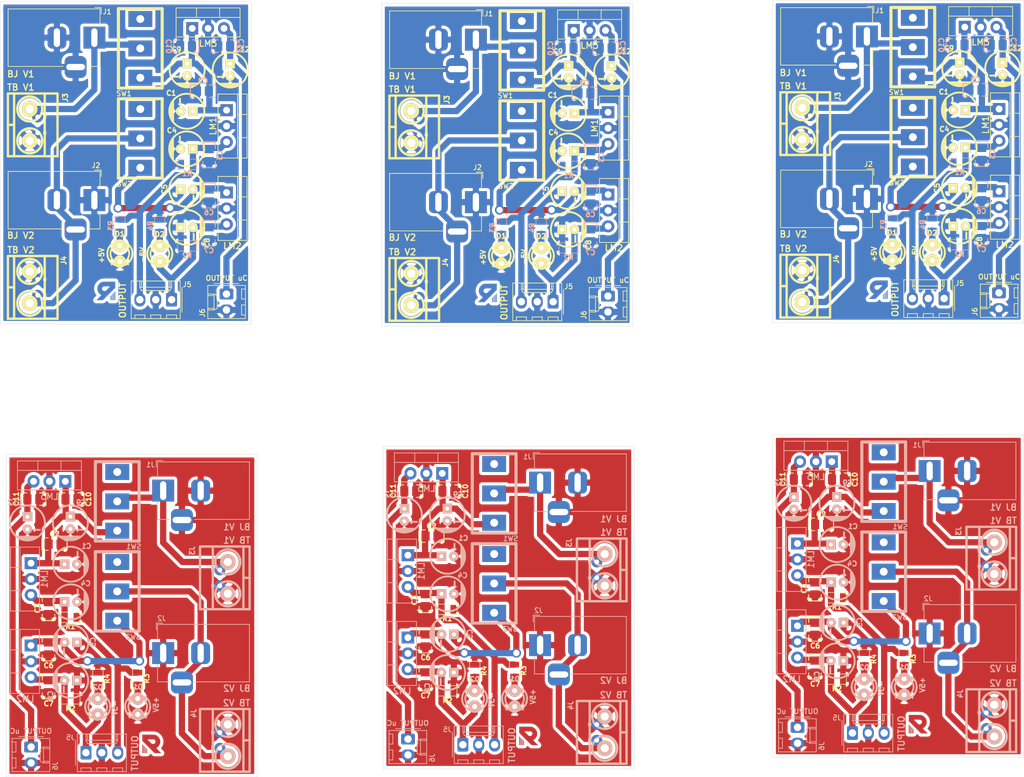
<source format=kicad_pcb>
(kicad_pcb (version 20240108) (generator "pcbnew") (generator_version "8.0")
  (title_block (title "Fuente Electroencefalograma") (date "15-06-2025") (rev "v3.0") (company "E.E.S.T. N°5 \"2 de Abril\" Temperley") (comment 1 "Autor: Iván Romano") (comment 2 "Curso: 7mo 6ta") (comment 3 "Grupo: 2"))
  (layers (0 "F.Cu" signal) (31 "B.Cu" signal) (34 "B.Paste" user) (35 "F.Paste" user) (36 "B.SilkS" user "B.Silkscreen") (37 "F.SilkS" user "F.Silkscreen") (38 "B.Mask" user) (39 "F.Mask" user) (44 "Edge.Cuts" user))
  (net 0 "")
  (net 1 "/Vcc1")
  (net 2 "GND")
  (net 3 "+5V")
  (net 4 "-5V")
  (net 5 "/POWER_uC")
  (net 6 "Net-(D1-A)")
  (net 7 "Net-(D2-A)")
  (net 8 "/V1")
  (net 9 "/Vcc2")
  (net 10 "unconnected-(SW1-C-Pad3)")
  (net 12 "/-V2")
  (footprint "Connector_Molex:Molex_KK-254_AE-6410-02A_1x02_P2.54mm_Vertical" (layer "F.Cu") (at 104.9525 83.6475 -90)
    (property "Reference" "J6")
    (property "Value" "OUTPUT uC")
  )
  (footprint "EESTN5:CAP_ELEC_5x11mm" (layer "F.Cu") (at 159.7175 48.0925 180)
    (property "Reference" "C9")
    (property "Value" "470u" (hide yes))
  )
  (footprint "Connector_BarrelJack:BarrelJack_Horizontal" (layer "F.Cu") (at 83.8175 68.615832)
    (property "Reference" "J2")
    (property "Value" "BJ V2")
  )
  (footprint "EESTN5:R_0805" (layer "F.Cu") (at 202.65 145.275 180)
    (property "Reference" "R2")
    (property "Value" "100" (hide yes))
  )
  (footprint "EESTN5:led_3mm_red" (layer "F.Cu") (at 155.3425 77.5125 180)
    (property "Reference" "D2")
    (property "Value" "-5V")
  )
  (footprint "EESTN5:C_0805" (layer "F.Cu") (at 199.125 130.75 90)
    (property "Reference" "C3")
    (property "Value" "100n" (hide yes))
  )
  (footprint "EESTN5:R_0805" (layer "F.Cu") (at 140.314998 147.15 180)
    (property "Reference" "R2")
    (property "Value" "100" (hide yes))
  )
  (footprint "Connector_Molex:Molex_KK-254_AE-6410-03A_1x03_P2.54mm_Vertical" (layer "F.Cu") (at 96.175 84.55 180)
    (property "Reference" "J5")
    (property "Value" "OUTPUT")
  )
  (footprint "EESTN5:R_0805" (layer "F.Cu") (at 151.064998 143.9 -90)
    (property "Reference" "R3")
    (property "Value" "470" (hide yes))
  )
  (footprint "EESTN5:BORNERA2_DUO" (layer "F.Cu") (at 134.5255 56.899166 -90)
    (property "Reference" "J3")
    (property "Value" "TB V1")
  )
  (footprint "Connector_Molex:Molex_KK-254_AE-6410-03A_1x03_P2.54mm_Vertical" (layer "F.Cu") (at 157.225 84.875 180)
    (property "Reference" "J5")
    (property "Value" "OUTPUT")
  )
  (footprint "EESTN5:led_3mm_red" (layer "F.Cu") (at 94.2925 77.1875 180)
    (property "Reference" "D2")
    (property "Value" "-5V")
  )
  (footprint "EESTN5:C_0805" (layer "F.Cu") (at 136.789998 145.125 -90)
    (property "Reference" "C7")
    (property "Value" "100n" (hide yes))
  )
  (footprint "EESTN5:R_0805" (layer "F.Cu") (at 202.625 132.225)
    (property "Reference" "R1")
    (property "Value" "100" (hide yes))
  )
  (footprint "Logo Romano:Logo_Romano" (layer "F.Cu") (at 153.314998 154.35)
    (property "Reference" "G***" (hide yes))
    (property "Value" "LOGO" (hide yes))
  )
  (footprint "EESTN5:C_0805" (layer "F.Cu") (at 136.789998 139.075 -90)
    (property "Reference" "C6")
    (property "Value" "100n" (hide yes))
  )
  (footprint "EESTN5:R_0805" (layer "F.Cu") (at 80.003 148.425 180)
    (property "Reference" "R2")
    (property "Value" "100" (hide yes))
  )
  (footprint "EESTN5:BORNERA2_DUO" (layer "F.Cu") (at 197.0925 56.374166 -90)
    (property "Reference" "J3")
    (property "Value" "TB V1")
  )
  (footprint "EESTN5:C_0805" (layer "F.Cu") (at 76.478 140.35 -90)
    (property "Reference" "C6")
    (property "Value" "100n" (hide yes))
  )
  (footprint "EESTN5:R_0805" (layer "F.Cu") (at 144.689998 143.925 -90)
    (property "Reference" "R4")
    (property "Value" "470" (hide yes))
  )
  (footprint "EESTN5:CAP_ELEC_5x11mm" (layer "F.Cu") (at 166.5925 48.1175 180)
    (property "Reference" "C12")
    (property "Value" "100u" (hide yes))
  )
  (footprint "EESTN5:C_0805" (layer "F.Cu") (at 137.764998 122.375 180)
    (property "Reference" "C2")
    (property "Value" "100n" (hide yes))
  )
  (footprint "Connector_Molex:Molex_KK-254_AE-6410-02A_1x02_P2.54mm_Vertical" (layer "F.Cu") (at 166.0025 83.9725 -90)
    (property "Reference" "J6")
    (property "Value" "OUTPUT uC")
  )
  (footprint "EESTN5:R_0805" (layer "F.Cu") (at 90.753 145.175 -90)
    (property "Reference" "R3")
    (property "Value" "470" (hide yes))
  )
  (footprint "EESTN5:R_0805" (layer "F.Cu") (at 79.978 135.375)
    (property "Reference" "R1")
    (property "Value" "100" (hide yes))
  )
  (footprint "EESTN5:C_0805" (layer "F.Cu") (at 199.125 137.2 -90)
    (property "Reference" "C6")
    (property "Value" "100n" (hide yes))
  )
  (footprint "EESTN5:C_0805" (layer "F.Cu") (at 199.125 143.25 -90)
    (property "Reference" "C7")
    (property "Value" "100n" (hide yes))
  )
  (footprint "EESTN5:C_0805" (layer "F.Cu") (at 77.453 123.65 180)
    (property "Reference" "C2")
    (property "Value" "100n" (hide yes))
  )
  (footprint "EESTN5:C_0805" (layer "F.Cu") (at 140.464998 115.175 180)
    (property "Reference" "C10")
    (property "Value" "100n" (hide yes))
  )
  (footprint "Connector_BarrelJack:BarrelJack_Horizontal" (layer "F.Cu") (at 144.8675 42.9425)
    (property "Reference" "J1")
    (property "Value" "BJ V1")
  )
  (footprint "EESTN5:C_0805" (layer "F.Cu") (at 200.1 120.5 180)
    (property "Reference" "C2")
    (property "Value" "100n" (hide yes))
  )
  (footprint "EESTN5:led_3mm_green" (layer "F.Cu") (at 211.5095 76.9675 180)
    (property "Reference" "D1")
    (property "Value" "+5V ")
  )
  (footprint "Logo Romano:Logo_Romano" (layer "F.Cu") (at 93.003 155.625)
    (property "Reference" "G***" (hide yes))
    (property "Value" "LOGO" (hide yes))
  )
  (footprint "EESTN5:R_0805" (layer "F.Cu") (at 84.378 145.2 -90)
    (property "Reference" "R4")
    (property "Value" "470" (hide yes))
  )
  (footprint "MacroLib:TO-220-3_Vertical" (layer "F.Cu") (at 228.5895 54.0275 -90)
    (property "Reference" "LM1")
    (property "Value" "LM7805" (hide yes))
  )
  (footprint "EESTN5:CAP_ELEC_5x11mm" (layer "F.Cu") (at 222.2095 66.6925 -90)
    (property "Reference" "C5")
    (property "Value" "470u" (hide yes))
  )
  (footprint "EESTN5:SW_SPDT_TH_Vertical" (layer "F.Cu") (at 152.2175 59.0675 180)
    (property "Reference" "SW2")
    (property "Value" "SW_SPDT" (hide yes))
  )
  (footprint "EESTN5:CAP_ELEC_5x11mm" (layer "F.Cu") (at 222.2345 72.7925 -90)
    (property "Reference" "C8")
    (property "Value" "100u" (hide yes))
  )
  (footprint "EESTN5:CAP_ELEC_5x11mm" (layer "F.Cu") (at 222.2845 47.5675 180)
    (property "Reference" "C9")
    (property "Value" "470u" (hide yes))
  )
  (footprint "EESTN5:CAP_ELEC_5x11mm" (layer "F.Cu") (at 98.5925 60.4175 90)
    (property "Reference" "C4")
    (property "Value" "100u" (hide yes))
  )
  (footprint "EESTN5:led_3mm_green" (layer "F.Cu") (at 87.8925 77.1675 180)
    (property "Reference" "D1")
    (property "Value" "+5V ")
  )
  (footprint "EESTN5:led_3mm_green" (layer "F.Cu") (at 148.9425 77.4925 180)
    (property "Reference" "D1")
    (property "Value" "+5V ")
  )
  (footprint "EESTN5:C_0805" (layer "F.Cu") (at 76.478 133.9 90)
    (property "Reference" "C3")
    (property "Value" "100n" (hide yes))
  )
  (footprint "EESTN5:BORNERA2_DUO" (layer "F.Cu") (at 134.5255 82.8975 -90)
    (property "Reference" "J4")
    (property "Value" "TB V2")
  )
  (footprint "EESTN5:BORNERA2_DUO" (layer "F.Cu") (at 73.4755 56.574166 -90)
    (property "Reference" "J3")
    (property "Value" "TB V1")
  )
  (footprint "EESTN5:C_0805" (layer "F.Cu") (at 136.789998 132.625 90)
    (property "Reference" "C3")
    (property "Value" "100n" (hide yes))
  )
  (footprint "EESTN5:CAP_ELEC_5x11mm" (layer "F.Cu") (at 159.6675 54.7175 90)
    (property "Reference" "C1")
    (property "Value" "470u" (hide yes))
  )
  (footprint "Connector_BarrelJack:BarrelJack_Horizontal" (layer "F.Cu") (at 207.4345 42.4175)
    (property "Reference" "J1")
    (property "Value" "BJ V1")
  )
  (footprint "EESTN5:SW_SPDT_TH_Vertical" (layer "F.Cu") (at 91.1675 44.3365 180)
    (property "Reference" "SW1")
    (property "Value" "SW_SPDT" (hide yes))
  )
  (footprint "EESTN5:CAP_ELEC_5x11mm" (layer "F.Cu") (at 159.6675 73.3175 -90)
    (property "Reference" "C8")
    (property "Value" "100u" (hide yes))
  )
  (footprint "EESTN5:C_0805" (layer "F.Cu") (at 134.364998 115.175 180)
    (property "Reference" "C11")
    (property "Value" "100n" (hide yes))
  )
  (footprint "EESTN5:CAP_ELEC_5x11mm" (layer "F.Cu") (at 98.5925 66.8925 -90)
    (property "Reference" "C5")
    (property "Value" "470u" (hide yes))
  )
  (footprint "Connector_Molex:Molex_KK-254_AE-6410-02A_1x02_P2.54mm_Vertical" (layer "F.Cu") (at 228.5695 83.4475 -90)
    (property "Reference" "J6")
    (property "Value" "OUTPUT uC")
  )
  (footprint "EESTN5:CAP_ELEC_5x11mm" (layer "F.Cu") (at 229.1595 47.5925 180)
    (property "Reference" "C12")
    (property "Value" "100u" (hide yes))
  )
  (footprint "EESTN5:C_0805" (layer "F.Cu") (at 80.153 116.45 180)
    (property "Reference" "C10")
    (property "Value" "100n" (hide yes))
  )
  (footprint "EESTN5:CAP_ELEC_5x11mm" (layer "F.Cu") (at 98.6175 54.3925 90)
    (property "Reference" "C1")
    (property "Value" "470u" (hide yes))
  )
  (footprint "EESTN5:SW_SPDT_TH_Vertical" (layer "F.Cu") (at 152.2175 44.6615 180)
    (property "Reference" "SW1")
    (property "Value" "SW_SPDT" (hide yes))
  )
  (footprint "EESTN5:CAP_ELEC_5x11mm" (layer "F.Cu") (at 98.6675 47.7675 180)
    (property "Reference" "C9")
    (property "Value" "470u" (hide yes))
  )
  (footprint "EESTN5:led_3mm_red" (layer "F.Cu") (at 217.9095 76.9875 180)
    (property "Reference" "D2")
    (property "Value" "-5V")
  )
  (footprint "EESTN5:BORNERA2_DUO" (layer "F.Cu") (at 197.0925 82.3725 -90)
    (property "Reference" "J4")
    (property "Value" "TB V2")
  )
  (footprint "EESTN5:R_0805" (layer "F.Cu") (at 140.289998 134.1)
    (property "Reference" "R1")
    (property "Value" "100" (hide yes))
  )
  (footprint "EESTN5:CAP_ELEC_5x11mm" (layer "F.Cu") (at 98.6175 72.9925 -90)
    (property "Reference" "C8")
    (property "Value" "100u" (hide yes))
  )
  (footprint "EESTN5:SW_SPDT_TH_Vertical" (layer "F.Cu") (at 214.7845 58.5425 180)
    (property "Reference" "SW2")
    (property "Value" "SW_SPDT" (hide yes))
  )
  (footprint "EESTN5:BORNERA2_DUO" (layer "F.Cu") (at 73.4755 82.5725 -90)
    (property "Reference" "J4")
    (property "Value" "TB V2")
  )
  (footprint "Connector_BarrelJack:BarrelJack_Horizontal" (layer "F.Cu") (at 83.8175 42.6175)
    (property "Reference" "J1")
    (property "Value" "BJ V1")
  )
  (footprint "Logo Romano:Logo_Romano" (layer "F.Cu") (at 215.65 152.475)
    (property "Reference" "G***" (hide yes))
    (property "Value" "LOGO" (hide yes))
  )
  (footprint "MacroLib:TO-220-3_Vertical" (layer "F.Cu") (at 104.9725 67.4025 -90)
    (property "Reference" "LM2")
    (property "Value" "LM7805" (hide yes))
  )
  (footprint "EESTN5:CAP_ELEC_5x11mm" (layer "F.Cu") (at 159.6425 67.2175 -90)
    (property "Reference" "C5")
    (property "Value" "470u" (hide yes))
  )
  (footprint "Connector_BarrelJack:BarrelJack_Horizontal" (layer "F.Cu") (at 144.8675 68.940832)
    (property "Reference" "J2")
    (property "Value" "BJ V2")
  )
  (footprint "MacroLib:TO-220-3_Vertical" (layer "F.Cu") (at 166.0225 67.7275 -90)
    (property "Reference" "LM2")
    (property "Value" "LM7805" (hide yes))
  )
  (footprint "MacroLib:TO-220-3_Vertical" (layer "F.Cu") (at 228.5895 67.2025 -90)
    (property "Reference" "LM2")
    (property "Value" "LM7805" (hide yes))
  )
  (footprint "MacroLib:TO-220-3_Vertical" (layer "F.Cu") (at 104.9725 54.2275 -90)
    (property "Reference" "LM1")
    (property "Value" "LM7805" (hide yes))
  )
  (footprint "EESTN5:CAP_ELEC_5x11mm" (layer "F.Cu") (at 222.2345 54.1925 90)
    (property "Reference" "C1")
    (property "Value" "470u" (hide yes))
  )
  (footprint "EESTN5:C_0805" (layer "F.Cu") (at 76.478 146.4 -90)
    (property "Reference" "C7")
    (property "Value" "100n" (hide yes))
  )
  (footprint "EESTN5:SW_SPDT_TH_Vertical" (layer "F.Cu") (at 214.7845 44.1365 180)
    (property "Reference" "SW1")
    (property "Value" "SW_SPDT" (hide yes))
  )
  (footprint "MacroLib:TO-220-3_Vertical" (layer "F.Cu") (at 223.0945 40.9325)
    (property "Reference" "LM3")
    (property "Value" "LM7805" (hide yes))
  )
  (footprint "MacroLib:TO-220-3_Vertical" (layer "F.Cu") (at 99.4775 41.1325)
    (property "Reference" "LM3")
    (property "Value" "LM7805" (hide yes))
  )
  (footprint "EESTN5:C_0805" (layer "F.Cu") (at 202.8 113.3 180)
    (property "Reference" "C10")
    (property "Value" "100n" (hide yes))
  )
  (footprint "EESTN5:CAP_ELEC_5x11mm" (layer "F.Cu") (at 105.5425 47.7925 180)
    (property "Reference" "C12")
    (property "Value" "100u" (hide yes))
  )
  (footprint "EESTN5:C_0805" (layer "F.Cu") (at 74.053 116.45 180)
    (property "Reference" "C11")
    (property "Value" "100n" (hide yes))
  )
  (footprint "EESTN5:R_0805" (layer "F.Cu") (at 207.025 142.05 -90)
    (property "Reference" "R4")
    (property "Value" "470" (hide yes))
  )
  (footprint "EESTN5:CAP_ELEC_5x11mm" (layer "F.Cu") (at 222.2095 60.2175 90)
    (property "Reference" "C4")
    (property "Value" "100u" (hide yes))
  )
  (footprint "EESTN5:SW_SPDT_TH_Vertical" (layer "F.Cu") (at 91.1675 58.7425 180)
    (property "Reference" "SW2")
    (property "Value" "SW_SPDT" (hide yes))
  )
  (footprint "MacroLib:TO-220-3_Vertical" (layer "F.Cu") (at 160.5275 41.4575)
    (property "Reference" "LM3")
    (property "Value" "LM7805" (hide yes))
  )
  (footprint "Connector_BarrelJack:BarrelJack_Horizontal" (layer "F.Cu") (at 207.4345 68.415832)
    (property "Reference" "J2")
    (property "Value" "BJ V2")
  )
  (footprint "EESTN5:C_0805" (layer "F.Cu") (at 196.7 113.3 180)
    (property "Reference" "C11")
    (property "Value" "100n" (hide yes))
  )
  (footprint "EESTN5:R_0805" (layer "F.Cu") (at 213.4 142.025 -90)
    (property "Reference" "R3")
    (property "Value" "470" (hide yes))
  )
  (footprint "Connector_Molex:Molex_KK-254_AE-6410-03A_1x03_P2.54mm_Vertical" (layer "F.Cu") (at 219.792 84.35 180)
    (property "Reference" "J5")
    (property "Value" "OUTPUT")
  )
  (footprint "EESTN5:CAP_ELEC_5x11mm" (layer "F.Cu") (at 159.6425 60.7425 90)
    (property "Reference" "C4")
    (property "Value" "100u" (hide yes))
  )
  (footprint "MacroLib:TO-220-3_Vertical" (layer "F.Cu") (at 166.0225 54.5525 -90)
    (property "Reference" "LM1")
    (property "Value" "LM7805" (hide yes))
  )
  (footprint "EESTN5:C_0805" (layer "B.Cu") (at 225.7845 61.2175 90)
    (property "Reference" "C3")
    (property "Value" "100n" (hide yes))
  )
  (footprint "MacroLib:TO-220-3_Vertical" (layer "B.Cu") (at 196.32 136.735 -90)
    (property "Reference" "LM2")
    (property "Value" "LM7805" (hide yes))
  )
  (footprint "EESTN5:led_3mm_red" (layer "B.Cu") (at 144.664998 148.395)
    (property "Reference" "D2")
    (property "Value" "-5V")
  )
  (footprint "EESTN5:CAP_ELEC_5x11mm" (layer "B.Cu") (at 195.75 117.125)
    (property "Reference" "C12")
    (property "Value" "100u" (hide yes))
  )
  (footprint "EESTN5:R_0805" (layer "B.Cu") (at 211.5095 72.4925 -90)
    (property "Reference" "R3")
    (property "Value" "470" (hide yes))
  )
  (footprint "EESTN5:R_0805" (layer "B.Cu") (at 217.8845 72.5175 -90)
    (property "Reference" "R4")
    (property "Value" "470" (hide yes))
  )
  (footprint "EESTN5:C_0805" (layer "B.Cu") (at 102.1675 67.8675 -90)
    (property "Reference" "C6")
    (property "Value" "100n" (hide yes))
  )
  (footprint "EESTN5:R_0805" (layer "B.Cu") (at 148.9425 73.0175 -90)
    (property "Reference" "R3")
    (property "Value" "470" (hide yes))
  )
  (footprint "EESTN5:CAP_ELEC_5x11mm" (layer "B.Cu") (at 202.7 136.225 -90)
    (property "Reference" "C5")
    (property "Value" "470u" (hide yes))
  )
  (footprint "EESTN5:C_0805" (layer "B.Cu") (at 165.6425 44.2925)
    (property "Reference" "C11")
    (property "Value" "100n" (hide yes))
  )
  (footprint "EESTN5:C_0805" (layer "B.Cu") (at 225.7845 73.7175 -90)
    (property "Reference" "C7")
    (property "Value" "100n" (hide yes))
  )
  (footprint "Logo Romano:Logo_Romano" (layer "B.Cu") (at 146.6925 83.4675 180)
    (property "Reference" "G***" (hide yes))
    (property "Value" "LOGO" (hide yes))
  )
  (footprint "EESTN5:R_0805" (layer "B.Cu") (at 222.2845 62.6925 180)
    (property "Reference" "R1")
    (property "Value" "100" (hide yes))
  )
  (footprint "Connector_BarrelJack:BarrelJack_Horizontal" (layer "B.Cu") (at 217.475 137.948332 180)
    (property "Reference" "J2")
    (property "Value" "BJ V2")
  )
  (footprint "Logo Romano:Logo_Romano" (layer "B.Cu") (at 85.6425 83.1425 180)
    (property "Reference" "G***" (hide yes))
    (property "Value" "LOGO" (hide yes))
  )
  (footprint "EESTN5:CAP_ELEC_5x11mm" (layer "B.Cu") (at 73.103 120.275)
    (property "Reference" "C12")
    (property "Value" "100u" (hide yes))
  )
  (footprint "EESTN5:SW_SPDT_TH_Vertical" (layer "B.Cu") (at 210.125 128.075)
    (property "Reference" "SW2")
    (property "Value" "SW_SPDT" (hide yes))
  )
  (footprint "EESTN5:CAP_ELEC_5x11mm" (layer "B.Cu") (at 79.978 120.25)
    (property "Reference" "C9")
    (property "Value" "470u" (hide yes))
  )
  (footprint "EESTN5:CAP_ELEC_5x11mm" (layer "B.Cu") (at 140.364998 131.625 90)
    (property "Reference" "C4")
    (property "Value" "100u" (hide yes))
  )
  (footprint "Connector_Molex:Molex_KK-254_AE-6410-02A_1x02_P2.54mm_Vertical" (layer "B.Cu") (at 73.693 156.13 -90)
    (property "Reference" "J6")
    (property "Value" "OUTPUT uC")
  )
  (footprint "EESTN5:CAP_ELEC_5x11mm" (layer "B.Cu") (at 202.675 123.725 90)
    (property "Reference" "C1")
    (property "Value" "470u" (hide yes))
  )
  (footprint "EESTN5:SW_SPDT_TH_Vertical" (layer "B.Cu") (at 147.789998 115.544)
    (property "Reference" "SW1")
    (property "Value" "SW_SPDT" (hide yes))
  )
  (footprint "EESTN5:C_0805" (layer "B.Cu") (at 224.8095 50.9675)
    (property "Reference" "C2")
    (property "Value" "100n" (hide yes))
  )
  (footprint "EESTN5:BORNERA2_DUO" (layer "B.Cu") (at 165.481998 153.78 -90)
    (property "Reference" "J4")
    (property "Value" "TB V2")
  )
  (footprint "EESTN5:SW_SPDT_TH_Vertical" (layer "B.Cu") (at 147.789998 129.95)
    (property "Reference" "SW2")
    (property "Value" "SW_SPDT" (hide yes))
  )
  (footprint "EESTN5:SW_SPDT_TH_Vertical" (layer "B.Cu") (at 210.125 113.669)
    (property "Reference" "SW1")
    (property "Value" "SW_SPDT" (hide yes))
  )
  (footprint "EESTN5:R_0805" (layer "B.Cu") (at 98.6675 62.8925 180)
    (property "Reference" "R1")
    (property "Value" "100" (hide yes))
  )
  (footprint "EESTN5:led_3mm_green" (layer "B.Cu") (at 213.4 146.5)
    (property "Reference" "D1")
    (property "Value" "+5V ")
  )
  (footprint "Connector_BarrelJack:BarrelJack_Horizontal" (layer "B.Cu") (at 155.139998 113.825 180)
    (property "Reference" "J1")
    (property "Value" "BJ V1")
  )
  (footprint "Connector_BarrelJack:BarrelJack_Horizontal" (layer "B.Cu") (at 217.475 111.95 180)
    (property "Reference" "J1")
    (property "Value" "BJ V1")
  )
  (footprint "EESTN5:R_0805" (layer "B.Cu") (at 94.2675 72.7175 -90)
    (property "Reference" "R4")
    (property "Value" "470" (hide yes))
  )
  (footprint "EESTN5:R_0805" (layer "B.Cu") (at 87.8925 72.6925 -90)
    (property "Reference" "R3")
    (property "Value" "470" (hide yes))
  )
  (footprint "EESTN5:led_3mm_green" (layer "B.Cu") (at 151.064998 148.375)
    (property "Reference" "D1")
    (property "Value" "+5V ")
  )
  (footprint "EESTN5:BORNERA2_DUO" (layer "B.Cu") (at 227.817 151.905 -90)
    (property "Reference" "J4")
    (property "Value" "TB V2")
  )
  (footprint "EESTN5:C_0805" (layer "B.Cu") (at 163.2175 68.1925 -90)
    (property "Reference" "C6")
    (property "Value" "100n" (hide yes))
  )
  (footprint "EESTN5:C_0805" (layer "B.Cu") (at 101.1925 51.1675)
    (property "Reference" "C2")
    (property "Value" "100n" (hide yes))
  )
  (footprint "EESTN5:C_0805" (layer "B.Cu") (at 162.2425 51.4925)
    (property "Reference" "C2")
    (property "Value" "100n" (hide yes))
  )
  (footprint "EESTN5:CAP_ELEC_5x11mm" (layer "B.Cu") (at 80.028 145.475 -90)
    (property "Reference" "C8")
    (property "Value" "100u" (hide yes))
  )
  (footprint "EESTN5:CAP_ELEC_5x11mm" (layer "B.Cu") (at 80.028 126.875 90)
    (property "Reference" "C1")
    (property "Value" "470u" (hide yes))
  )
  (footprint "EESTN5:SW_SPDT_TH_Vertical" (layer "B.Cu") (at 87.478 116.819)
    (property "Reference" "SW1")
    (property "Value" "SW_SPDT" (hide yes))
  )
  (footprint "EESTN5:C_0805" (layer "B.Cu") (at 98.4925 43.9675)
    (property "Reference" "C10")
    (property "Value" "100n" (hide yes))
  )
  (footprint "EESTN5:CAP_ELEC_5x11mm" (layer "B.Cu") (at 140.364998 138.1 -90)
    (property "Reference" "C5")
    (property "Value" "470u" (hide yes))
  )
  (footprint "EESTN5:led_3mm_green" (layer "B.Cu") (at 90.753 149.65)
    (property "Reference" "D1")
    (property "Value" "+5V ")
  )
  (footprint "MacroLib:TO-220-3_Vertical" (layer "B.Cu") (at 139.479998 112.34 180)
    (property "Reference" "LM3")
    (property "Value" "LM7805" (hide yes))
  )
  (footprint "Connector_BarrelJack:BarrelJack_Horizontal" (layer "B.Cu") (at 155.139998 139.823332 180)
    (property "Reference" "J2")
    (property "Value" "BJ V2")
  )
  (footprint "EESTN5:CAP_ELEC_5x11mm" (layer "B.Cu") (at 133.414998 119)
    (property "Reference" "C12")
    (property "Value" "100u" (hide yes))
  )
  (footprint "EESTN5:CAP_ELEC_5x11mm" (layer "B.Cu") (at 140.339998 144.2 -90)
    (property "Reference" "C8")
    (property "Value" "100u" (hide yes))
  )
  (footprint "EESTN5:CAP_ELEC_5x11mm" (layer "B.Cu") (at 80.053 139.375 -90)
    (property "Reference" "C5")
    (property "Value" "470u" (hide yes))
  )
  (footprint "EESTN5:C_0805" (layer "B.Cu") (at 163.2175 74.2425 -90)
    (property "Reference" "C7")
    (property "Value" "100n" (hide yes))
  )
  (footprint "MacroLib:TO-220-3_Vertical" (layer "B.Cu") (at 196.32 123.56 -90)
    (property "Reference" "LM1")
    (property "Value" "LM7805" (hide yes))
  )
  (footprint "Connector_BarrelJack:BarrelJack_Horizontal" (layer "B.Cu") (at 94.828 115.1 180)
    (property "Reference" "J1")
    (property "Value" "BJ V1")
  )
  (footprint "EESTN5:C_0805" (layer "B.Cu") (at 225.7845 67.6675 -90)
    (property "Reference" "C6")
    (property "Value" "100n" (hide yes))
  )
  (footprint "EESTN5:led_3mm_red" (layer "B.Cu") (at 207 146.52)
    (property "Reference" "D2")
    (property "Value" "-5V")
  )
  (footprint "Connector_Molex:Molex_KK-254_AE-6410-03A_1x03_P2.54mm_Vertical" (layer "B.Cu") (at 82.4705 157.0325)
    (property "Reference" "J5")
    (property "Value" "OUTPUT")
  )
  (footprint "MacroLib:TO-220-3_Vertical" (layer "B.Cu") (at 133.984998 138.61 -90)
    (property "Reference" "LM2")
    (property "Value" "LM7805" (hide yes))
  )
  (footprint "Connector_Molex:Molex_KK-254_AE-6410-02A_1x02_P2.54mm_Vertical" (layer "B.Cu") (at 134.004998 154.855 -90)
    (property "Reference" "J6")
    (property "Value" "OUTPUT uC")
  )
  (footprint "EESTN5:CAP_ELEC_5x11mm" (layer "B.Cu") (at 202.675 142.325 -90)
    (property "Reference" "C8")
    (property "Value" "100u" (hide yes))
  )
  (footprint "EESTN5:CAP_ELEC_5x11mm" (layer "B.Cu") (at 80.053 132.9 90)
    (property "Reference" "C4")
    (property "Value" "100u" (hide yes))
  )
  (footprint "EESTN5:C_0805" (layer "B.Cu") (at 163.2175 61.7425 90)
    (property "Reference" "C3")
    (property "Value" "100n" (hide yes))
  )
  (footprint "Connector_BarrelJack:BarrelJack_Horizontal" (layer "B.Cu") (at 94.828 141.098332 180)
    (property "Reference" "J2")
    (property "Value" "BJ V2")
  )
  (footprint "EESTN5:CAP_ELEC_5x11mm" (layer "B.Cu") (at 202.625 117.1)
    (property "Reference" "C9")
    (property "Value" "470u" (hide yes))
  )
  (footprint "Connector_Molex:Molex_KK-254_AE-6410-03A_1x03_P2.54mm_Vertical" (layer "B.Cu") (at 205.1175 153.8825)
    (property "Reference" "J5")
    (property "Value" "OUTPUT")
  )
  (footprint "EESTN5:R_0805" (layer "B.Cu") (at 98.6425 75.9425)
    (property "Reference" "R2")
    (property "Value" "100" (hide yes))
  )
  (footprint "EESTN5:R_0805" (layer "B.Cu") (at 159.7175 63.2175 180)
    (property "Reference" "R1")
    (property "Value" "100" (hide yes))
  )
  (footprint "EESTN5:CAP_ELEC_5x11mm" (layer "B.Cu") (at 202.7 129.75 90)
    (property "Reference" "C4")
    (property "Value" "100u" (hide yes))
  )
  (footprint "MacroLib:TO-220-3_Vertical" (layer "B.Cu") (at 201.815 110.465 180)
    (property "Reference" "LM3")
    (property "Value" "LM7805" (hide yes))
  )
  (footprint "EESTN5:C_0805" (layer "B.Cu") (at 228.2095 43.7675)
    (property "Reference" "C11")
    (property "Value" "100n" (hide yes))
  )
  (footprint "EESTN5:BORNERA2_DUO" (layer "B.Cu") (at 227.817 125.906666 -90)
    (property "Reference" "J3")
    (property "Value" "TB V1")
  )
  (footprint "MacroLib:TO-220-3_Vertical" (layer "B.Cu") (at 73.673 139.885 -90)
    (property "Reference" "LM2")
    (property "Value" "LM7805" (hide yes))
  )
  (footprint "EESTN5:C_0805" (layer "B.Cu") (at 102.1675 73.9175 -90)
    (property "Reference" "C7")
    (property "Value" "100n" (hide yes))
  )
  (footprint "EESTN5:R_0805" (layer "B.Cu") (at 155.3175 73.0425 -90)
    (property "Reference" "R4")
    (property "Value" "470" (hide yes))
  )
  (footprint "EESTN5:BORNERA2_DUO" (layer "B.Cu") (at 105.17 155.055 -90)
    (property "Reference" "J4")
    (property "Value" "TB V2")
  )
  (footprint "MacroLib:TO-220-3_Vertical" (layer "B.Cu") (at 133.984998 125.435 -90)
    (property "Reference" "LM1")
    (property "Value" "LM7805" (hide yes))
  )
  (footprint "Connector_Molex:Molex_KK-254_AE-6410-02A_1x02_P2.54mm_Vertical" (layer "B.Cu") (at 196.34 152.98 -90)
    (property "Reference" "J6")
    (property "Value" "OUTPUT uC")
  )
  (footprint "EESTN5:R_0805" (layer "B.Cu") (at 222.2595 75.7425)
    (property "Reference" "R2")
    (property "Value" "100" (hide yes))
  )
  (footprint "EESTN5:SW_SPDT_TH_Vertical" (layer "B.Cu") (at 87.478 131.225)
    (property "Reference" "SW2")
    (property "Value" "SW_SPDT" (hide yes))
  )
  (footprint "EESTN5:CAP_ELEC_5x11mm" (layer "B.Cu") (at 140.289998 118.975)
    (property "Reference" "C9")
    (property "Value" "470u" (hide yes))
  )
  (footprint "EESTN5:BORNERA2_DUO" (layer "B.Cu") (at 165.481998 127.781666 -90)
    (property "Reference" "J3")
    (property "Value" "TB V1")
  )
  (footprint "EESTN5:R_0805" (layer "B.Cu") (at 159.6925 76.2675)
    (property "Reference" "R2")
    (property "Value" "100" (hide yes))
  )
  (footprint "Logo Romano:Logo_Romano" (layer "B.Cu") (at 209.2595 82.9425 180)
    (property "Reference" "G***" (hide yes))
    (property "Value" "LOGO" (hide yes))
  )
  (footprint "MacroLib:TO-220-3_Vertical" (layer "B.Cu") (at 73.673 126.71 -90)
    (property "Reference" "LM1")
    (property "Value" "LM7805" (hide yes))
  )
  (footprint "EESTN5:C_0805" (layer "B.Cu") (at 102.1675 61.4175 90)
    (property "Reference" "C3")
    (property "Value" "100n" (hide yes))
  )
  (footprint "EESTN5:C_0805" (layer "B.Cu") (at 104.5925 43.9675)
    (property "Reference" "C11")
    (property "Value" "100n" (hide yes))
  )
  (footprint "EESTN5:C_0805" (layer "B.Cu") (at 222.1095 43.7675)
    (property "Reference" "C10")
    (property "Value" "100n" (hide yes))
  )
  (footprint "MacroLib:TO-220-3_Vertical" (layer "B.Cu") (at 79.168 113.615 180)
    (property "Reference" "LM3")
    (property "Value" "LM7805" (hide yes))
  )
  (footprint "EESTN5:BORNERA2_DUO" (layer "B.Cu") (at 105.17 129.056666 -90)
    (property "Reference" "J3")
    (property "Value" "TB V1")
  )
  (footprint "EESTN5:C_0805" (layer "B.Cu") (at 159.5425 44.2925)
    (property "Reference" "C10")
    (property "Value" "100n" (hide yes))
  )
  (footprint "EESTN5:CAP_ELEC_5x11mm" (layer "B.Cu") (at 140.339998 125.6 90)
    (property "Reference" "C1")
    (property "Value" "470u" (hide yes))
  )
  (footprint "Connector_Molex:Molex_KK-254_AE-6410-03A_1x03_P2.54mm_Vertical" (layer "B.Cu") (at 142.782498 155.7575)
    (property "Reference" "J5")
    (property "Value" "OUTPUT")
  )
  (footprint "EESTN5:led_3mm_red" (layer "B.Cu") (at 84.353 149.67)
    (property "Reference" "D2")
    (property "Value" "-5V")
  )
  (gr_rect (start 69.728 109.3) (end 109.903 160.925) (stroke (width 0.05)) (fill none) (layer "Edge.Cuts"))
  (gr_rect (start 130.039998 108.025) (end 170.214998 159.65) (stroke (width 0.05)) (fill none) (layer "Edge.Cuts"))
  (gr_rect (start 192.375 106.15) (end 232.55 157.775) (stroke (width 0.05)) (fill none) (layer "Edge.Cuts"))
  (gr_rect (start 192.3595 36.6175) (end 232.5345 88.2425) (stroke (width 0.05)) (fill none) (layer "Edge.Cuts"))
  (gr_rect (start 129.7925 37.1425) (end 169.9675 88.7675) (stroke (width 0.05)) (fill none) (layer "Edge.Cuts"))
  (gr_rect (start 68.7425 36.8175) (end 108.9175 88.4425) (stroke (width 0.05)) (fill none) (layer "Edge.Cuts"))
  (segment (start 199.075 123.56) (end 199.075 118.25) (width 1) (layer "F.Cu") (net 1))
  (segment (start 78.878 126.725) (end 73.688 126.725) (width 1) (layer "F.Cu") (net 1))
  (segment (start 201.525 123.575) (end 196.335 123.575) (width 1) (layer "F.Cu") (net 1))
  (segment (start 206.5 118.6) (end 204 116.1) (width 1) (layer "F.Cu") (net 1))
  (segment (start 201.875 115.925) (end 201.875 110.525) (width 1) (layer "F.Cu") (net 1))
  (segment (start 139.539998 112.4) (end 139.479998 112.34) (width 1) (layer "F.Cu") (net 1))
  (segment (start 210.125 118.369) (end 209.894 118.6) (width 1) (layer "F.Cu") (net 1))
  (segment (start 139.539998 117.8) (end 139.539998 112.4) (width 1) (layer "F.Cu") (net 1))
  (segment (start 199.075 118.25) (end 201.225 116.1) (width 1) (layer "F.Cu") (net 1))
  (segment (start 78.578 119.25) (end 79.978 119.25) (width 1) (layer "F.Cu") (net 1))
  (segment (start 139.189998 125.45) (end 133.999998 125.45) (width 1) (layer "F.Cu") (net 1))
  (segment (start 87.478 121.519) (end 87.247 121.75) (width 1) (layer "F.Cu") (net 1))
  (segment (start 79.978 119.25) (end 79.953 119.225) (width 1) (layer "F.Cu") (net 1))
  (segment (start 144.164998 120.475) (end 141.664998 117.975) (width 1) (layer "F.Cu") (net 1))
  (segment (start 136.739998 125.435) (end 136.739998 120.125) (width 1) (layer "F.Cu") (net 1))
  (segment (start 79.028 126.875) (end 78.878 126.725) (width 1) (layer "F.Cu") (net 1))
  (segment (start 209.894 118.6) (end 206.5 118.6) (width 1) (layer "F.Cu") (net 1))
  (segment (start 201.675 123.725) (end 201.525 123.575) (width 1) (layer "F.Cu") (net 1))
  (segment (start 73.673 126.71) (end 76.428 126.71) (width 1) (layer "F.Cu") (net 1))
  (segment (start 147.558998 120.475) (end 144.164998 120.475) (width 1) (layer "F.Cu") (net 1))
  (segment (start 140.289998 117.975) (end 140.264998 117.95) (width 1) (layer "F.Cu") (net 1))
  (segment (start 73.688 126.725) (end 73.673 126.71) (width 1) (layer "F.Cu") (net 1))
  (segment (start 81.353 119.25) (end 79.978 119.25) (width 1) (layer "F.Cu") (net 1))
  (segment (start 147.789998 120.244) (end 147.558998 120.475) (width 1) (layer "F.Cu") (net 1))
  (segment (start 133.984998 125.435) (end 136.739998 125.435) (width 1) (layer "F.Cu") (net 1))
  (segment (start 196.32 123.56) (end 199.075 123.56) (width 1) (layer "F.Cu") (net 1))
  (segment (start 133.999998 125.45) (end 133.984998 125.435) (width 1) (layer "F.Cu") (net 1))
  (segment (start 202.625 116.1) (end 202.6 116.075) (width 1) (layer "F.Cu") (net 1))
  (segment (start 201.875 110.525) (end 201.815 110.465) (width 1) (layer "F.Cu") (net 1))
  (segment (start 83.853 121.75) (end 81.353 119.25) (width 1) (layer "F.Cu") (net 1))
  (segment (start 139.339998 125.6) (end 139.189998 125.45) (width 1) (layer "F.Cu") (net 1))
  (segment (start 196.335 123.575) (end 196.32 123.56) (width 1) (layer "F.Cu") (net 1))
  (segment (start 79.228 119.075) (end 79.228 113.675) (width 1) (layer "F.Cu") (net 1))
  (segment (start 204 116.1) (end 202.625 116.1) (width 1) (layer "F.Cu") (net 1))
  (segment (start 76.428 121.4) (end 78.578 119.25) (width 1) (layer "F.Cu") (net 1))
  (segment (start 138.889998 117.975) (end 140.289998 117.975) (width 1) (layer "F.Cu") (net 1))
  (segment (start 141.664998 117.975) (end 140.289998 117.975) (width 1) (layer "F.Cu") (net 1))
  (segment (start 201.225 116.1) (end 202.625 116.1) (width 1) (layer "F.Cu") (net 1))
  (segment (start 79.228 113.675) (end 79.168 113.615) (width 1) (layer "F.Cu") (net 1))
  (segment (start 136.739998 120.125) (end 138.889998 117.975) (width 1) (layer "F.Cu") (net 1))
  (segment (start 76.428 126.71) (end 76.428 121.4) (width 1) (layer "F.Cu") (net 1))
  (segment (start 87.247 121.75) (end 83.853 121.75) (width 1) (layer "F.Cu") (net 1))
  (segment (start 104.9575 54.2425) (end 104.9725 54.2275) (width 1) (layer "B.Cu") (net 1))
  (segment (start 160.8175 54.5675) (end 166.0075 54.5675) (width 1) (layer "B.Cu") (net 1))
  (segment (start 223.2345 54.1925) (end 223.3845 54.0425) (width 1) (layer "B.Cu") (net 1))
  (segment (start 166.0225 54.5525) (end 163.2675 54.5525) (width 1) (layer "B.Cu") (net 1))
  (segment (start 160.4675 46.9175) (end 160.4675 41.5175) (width 1) (layer "B.Cu") (net 1))
  (segment (start 163.2675 49.2425) (end 161.1175 47.0925) (width 1) (layer "B.Cu") (net 1))
  (segment (start 155.8425 49.5925) (end 158.3425 47.0925) (width 1) (layer "B.Cu") (net 1))
  (segment (start 99.4175 41.1925) (end 99.4775 41.1325) (width 1) (layer "B.Cu") (net 1))
  (segment (start 222.2845 46.5675) (end 222.3095 46.5425) (width 1) (layer "B.Cu") (net 1))
  (segment (start 228.5895 54.0275) (end 225.8345 54.0275) (width 1) (layer "B.Cu") (net 1))
  (segment (start 102.2175 54.2275) (end 102.2175 48.9175) (width 1) (layer "B.Cu") (net 1))
  (segment (start 99.7675 54.2425) (end 104.9575 54.2425) (width 1) (layer "B.Cu") (net 1))
  (segment (start 99.6175 54.3925) (end 99.7675 54.2425) (width 1) (layer "B.Cu") (net 1))
  (segment (start 91.1675 49.0365) (end 91.3985 49.2675) (width 1) (layer "B.Cu") (net 1))
  (segment (start 99.4175 46.5925) (end 99.4175 41.1925) (width 1) (layer "B.Cu") (net 1))
  (segment (start 223.0345 46.3925) (end 223.0345 40.9925) (width 1) (layer "B.Cu") (net 1))
  (segment (start 160.6675 54.7175) (end 160.8175 54.5675) (width 1) (layer "B.Cu") (net 1))
  (segment (start 228.5745 54.0425) (end 228.5895 54.0275) (width 1) (layer "B.Cu") (net 1))
  (segment (start 223.0345 40.9925) (end 223.0945 40.9325) (width 1) (layer "B.Cu") (net 1))
  (segment (start 160.4675 41.5175) (end 160.5275 41.4575) (width 1) (layer "B.Cu") (net 1))
  (segment (start 102.2175 48.9175) (end 100.0675 46.7675) (width 1) (layer "B.Cu") (net 1))
  (segment (start 225.8345 48.7175) (end 223.6845 46.5675) (width 1) (layer "B.Cu") (net 1))
  (segment (start 223.6845 46.5675) (end 222.2845 46.5675) (width 1) (layer "B.Cu") (net 1))
  (segment (start 159.7175 47.0925) (end 159.7425 47.0675) (width 1) (layer "B.Cu") (net 1))
  (segment (start 104.9725 54.2275) (end 102.2175 54.2275) (width 1) (layer "B.Cu") (net 1))
  (segment (start 152.4485 49.5925) (end 155.8425 49.5925) (width 1) (layer "B.Cu") (net 1))
  (segment (start 152.2175 49.3615) (end 152.4485 49.5925) (width 1) (layer "B.Cu") (net 1))
  (segment (start 214.7845 48.8365) (end 215.0155 49.0675) (width 1) (layer "B.Cu") (net 1))
  (segment (start 215.0155 49.0675) (end 218.4095 49.0675) (width 1) (layer "B.Cu") (net 1))
  (segment (start 163.2675 54.5525) (end 163.2675 49.2425) (width 1) (layer "B.Cu") (net 1))
  (segment (start 225.8345 54.0275) (end 225.8345 48.7175) (width 1) (layer "B.Cu") (net 1))
  (segment (start 91.3985 49.2675) (end 94.7925 49.2675) (width 1) (layer "B.Cu") (net 1))
  (segment (start 223.3845 54.0425) (end 228.5745 54.0425) (width 1) (layer "B.Cu") (net 1))
  (segment (start 220.9095 46.5675) (end 222.2845 46.5675) (width 1) (layer "B.Cu") (net 1))
  (segment (start 158.3425 47.0925) (end 159.7175 47.0925) (width 1) (layer "B.Cu") (net 1))
  (segment (start 100.0675 46.7675) (end 98.6675 46.7675) (width 1) (layer "B.Cu") (net 1))
  (segment (start 94.7925 49.2675) (end 97.2925 46.7675) (width 1) (layer "B.Cu") (net 1))
  (segment (start 166.0075 54.5675) (end 166.0225 54.5525) (width 1) (layer "B.Cu") (net 1))
  (segment (start 97.2925 46.7675) (end 98.6675 46.7675) (width 1) (layer "B.Cu") (net 1))
  (segment (start 218.4095 49.0675) (end 220.9095 46.5675) (width 1) (layer "B.Cu") (net 1))
  (segment (start 161.1175 47.0925) (end 159.7175 47.0925) (width 1) (layer "B.Cu") (net 1))
  (segment (start 98.6675 46.7675) (end 98.6925 46.7425) (width 1) (layer "B.Cu") (net 1))
  (segment (start 81.703 137.1) (end 79.678 137.1) (width 1) (layer "F.Cu") (net 3))
  (segment (start 78.903 132.75) (end 74.633 132.75) (width 1) (layer "F.Cu") (net 3))
  (segment (start 139.989998 135.825) (end 139.364998 135.2) (width 1) (layer "F.Cu") (net 3))
  (segment (start 87.5505 157.0325) (end 87.5505 143.5725) (width 1) (layer "F.Cu") (net 3))
  (segment (start 87.5505 143.5725) (end 87.5505 142.9475) (width 1) (layer "F.Cu") (net 3))
  (segment (start 213.4 141.0725) (end 212.3225 141.0725) (width 1) (layer "F.Cu") (net 3))
  (segment (start 139.364998 135.2) (end 139.364998 131.625) (width 1) (layer "F.Cu") (net 3))
  (segment (start 149.337498 142.2975) (end 147.862498 142.2975) (width 1) (layer "F.Cu") (net 3))
  (segment (start 212.3225 141.0725) (end 211.6725 140.4225) (width 1) (layer "F.Cu") (net 3))
  (segment (start 201.7 133.325) (end 201.7 129.75) (width 1) (layer "F.Cu") (net 3))
  (segment (start 139.364998 131.625) (end 139.214998 131.475) (width 1) (layer "F.Cu") (net 3))
  (segment (start 149.987498 142.9475) (end 149.337498 142.2975) (width 1) (layer "F.Cu") (net 3))
  (segment (start 74.633 132.75) (end 73.673 131.79) (width 1) (layer "F.Cu") (net 3))
  (segment (start 210.1975 140.4225) (end 210.1975 139.7975) (width 1) (layer "F.Cu") (net 3))
  (segment (start 139.214998 131.475) (end 134.944998 131.475) (width 1) (layer "F.Cu") (net 3))
  (segment (start 79.053 132.9) (end 78.903 132.75) (width 1) (layer "F.Cu") (net 3))
  (segment (start 204.35 133.95) (end 202.325 133.95) (width 1) (layer "F.Cu") (net 3))
  (segment (start 210.1975 153.8825) (end 210.1975 140.4225) (width 1) (layer "F.Cu") (net 3))
  (segment (start 89.6755 144.2225) (end 89.0255 143.5725) (width 1) (layer "F.Cu") (net 3))
  (segment (start 87.5505 142.9475) (end 81.703 137.1) (width 1) (layer "F.Cu") (net 3))
  (segment (start 197.28 129.6) (end 196.32 128.64) (width 1) (layer "F.Cu") (net 3))
  (segment (start 147.862498 155.7575) (end 147.862498 142.2975) (width 1) (layer "F.Cu") (net 3))
  (segment (start 134.944998 131.475) (end 133.984998 130.515) (width 1) (layer "F.Cu") (net 3))
  (segment (start 201.55 129.6) (end 197.28 129.6) (width 1) (layer "F.Cu") (net 3))
  (segment (start 147.862498 141.6725) (end 142.014998 135.825) (width 1) (layer "F.Cu") (net 3))
  (segment (start 211.6725 140.4225) (end 210.1975 140.4225) (width 1) (layer "F.Cu") (net 3))
  (segment (start 147.862498 142.2975) (end 147.862498 141.6725) (width 1) (layer "F.Cu") (net 3))
  (segment (start 90.753 144.2225) (end 89.6755 144.2225) (width 1) (layer "F.Cu") (net 3))
  (segment (start 151.064998 142.9475) (end 149.987498 142.9475) (width 1) (layer "F.Cu") (net 3))
  (segment (start 79.678 137.1) (end 79.053 136.475) (width 1) (layer "F.Cu") (net 3))
  (segment (start 201.7 129.75) (end 201.55 129.6) (width 1) (layer "F.Cu") (net 3))
  (segment (start 142.014998 135.825) (end 139.989998 135.825) (width 1) (layer "F.Cu") (net 3))
  (segment (start 202.325 133.95) (end 201.7 133.325) (width 1) (layer "F.Cu") (net 3))
  (segment (start 89.0255 143.5725) (end 87.5505 143.5725) (width 1) (layer "F.Cu") (net 3))
  (segment (start 210.1975 139.7975) (end 204.35 133.95) (width 1) (layer "F.Cu") (net 3))
  (segment (start 79.053 136.475) (end 79.053 132.9) (width 1) (layer "F.Cu") (net 3))
  (segment (start 227.6295 60.0675) (end 228.5895 59.1075) (width 1) (layer "B.Cu") (net 3))
  (segment (start 214.712 70.89) (end 214.712 70.265) (width 1) (layer "B.Cu") (net 3))
  (segment (start 152.145 70.79) (end 157.9925 64.9425) (width 1) (layer "B.Cu") (net 3))
  (segment (start 222.5845 64.4175) (end 223.2095 63.7925) (width 1) (layer "B.Cu") (net 3))
  (segment (start 165.0625 60.5925) (end 166.0225 59.6325) (width 1) (layer "B.Cu") (net 3))
  (segment (start 104.0125 60.2675) (end 104.9725 59.3075) (width 1) (layer "B.Cu") (net 3))
  (segment (start 91.095 84.55) (end 91.095 71.09) (width 1) (layer "B.Cu") (net 3))
  (segment (start 223.3595 60.0675) (end 227.6295 60.0675) (width 1) (layer "B.Cu") (net 3))
  (segment (start 99.7425 60.2675) (end 104.0125 60.2675) (width 1) (layer "B.Cu") (net 3))
  (segment (start 99.5925 60.4175) (end 99.7425 60.2675) (width 1) (layer "B.Cu") (net 3))
  (segment (start 160.6425 64.3175) (end 160.6425 60.7425) (width 1) (layer "B.Cu") (net 3))
  (segment (start 220.5595 64.4175) (end 222.5845 64.4175) (width 1) (layer "B.Cu") (net 3))
  (segment (start 212.587 71.54) (end 213.237 70.89) (width 1) (layer "B.Cu") (net 3))
  (segment (start 160.7925 60.5925) (end 165.0625 60.5925) (width 1) (layer "B.Cu") (net 3))
  (segment (start 91.095 71.09) (end 91.095 70.465) (width 1) (layer "B.Cu") (net 3))
  (segment (start 152.145 84.875) (end 152.145 71.415) (width 1) (layer "B.Cu") (net 3))
  (segment (start 157.9925 64.9425) (end 160.0175 64.9425) (width 1) (layer "B.Cu") (net 3))
  (segment (start 223.2095 63.7925) (end 223.2095 60.2175) (width 1) (layer "B.Cu") (net 3))
  (segment (start 98.9675 64.6175) (end 99.5925 63.9925) (width 1) (layer "B.Cu") (net 3))
  (segment (start 99.5925 63.9925) (end 99.5925 60.4175) (width 1) (layer "B.Cu") (net 3))
  (segment (start 150.02 72.065) (end 150.67 71.415) (width 1) (layer "B.Cu") (net 3))
  (segment (start 160.0175 64.9425) (end 160.6425 64.3175) (width 1) (layer "B.Cu") (net 3))
  (segment (start 213.237 70.89) (end 214.712 70.89) (width 1) (layer "B.Cu") (net 3))
  (segment (start 152.145 71.415) (end 152.145 70.79) (width 1) (layer "B.Cu") (net 3))
  (segment (start 91.095 70.465) (end 96.9425 64.6175) (width 1) (layer "B.Cu") (net 3))
  (segment (start 96.9425 64.6175) (end 98.9675 64.6175) (width 1) (layer "B.Cu") (net 3))
  (segment (start 89.62 71.09) (end 91.095 71.09) (width 1) (layer "B.Cu") (net 3))
  (segment (start 214.712 84.35) (end 214.712 70.89) (width 1) (layer "B.Cu") (net 3))
  (segment (start 87.8925 71.74) (end 88.97 71.74) (width 1) (layer "B.Cu") (net 3))
  (segment (start 160.6425 60.7425) (end 160.7925 60.5925) (width 1) (layer "B.Cu") (net 3))
  (segment (start 88.97 71.74) (end 89.62 71.09) (width 1) (layer "B.Cu") (net 3))
  (segment (start 223.2095 60.2175) (end 223.3595 60.0675) (width 1) (layer "B.Cu") (net 3))
  (segment (start 211.5095 71.54) (end 212.587 71.54) (width 1) (layer "B.Cu") (net 3))
  (segment (start 150.67 71.415) (end 152.145 71.415) (width 1) (layer "B.Cu") (net 3))
  (segment (start 214.712 70.265) (end 220.5595 64.4175) (width 1) (layer "B.Cu") (net 3))
  (segment (start 148.9425 72.065) (end 150.02 72.065) (width 1) (layer "B.Cu") (net 3))
  (segment (start 142.782498 155.7575) (end 142.782498 152.4675) (width 1) (layer "F.Cu") (net 4))
  (segment (start 205.2325 150.5925) (end 205.1175 150.5925) (width 1) (layer "F.Cu") (net 4))
  (segment (start 144.664998 149.665) (end 144.664998 150.7) (width 1) (layer "F.Cu") (net 4))
  (segment (start 201.675 142.325) (end 201.525 142.175) (width 1) (layer "F.Cu") (net 4))
  (segment (start 79.0505 150.3225) (end 79.0505 149.7475) (width 1) (layer "F.Cu") (net 4))
  (segment (start 207 147.79) (end 207 148.825) (width 1) (layer "F.Cu") (net 4))
  (segment (start 139.362498 147.15) (end 139.362498 144.2225) (width 1) (layer "F.Cu") (net 4))
  (segment (start 139.339998 144.2) (end 139.189998 144.05) (width 1) (layer "F.Cu") (net 4))
  (segment (start 79.0505 149.7475) (end 79.0505 148.425) (width 1) (layer "F.Cu") (net 4))
  (segment (start 79.0505 148.425) (end 79.0505 145.4975) (width 1) (layer "F.Cu") (net 4))
  (segment (start 139.362498 148.4725) (end 139.362498 147.15) (width 1) (layer "F.Cu") (net 4))
  (segment (start 201.6975 142.3475) (end 201.675 142.325) (width 1) (layer "F.Cu") (net 4))
  (segment (start 205.1175 150.5925) (end 201.6975 147.1725) (width 1) (layer "F.Cu") (net 4))
  (segment (start 201.6975 147.1725) (end 201.6975 146.5975) (width 1) (layer "F.Cu") (net 4))
  (segment (start 142.897498 152.4675) (end 142.782498 152.4675) (width 1) (layer "F.Cu") (net 4))
  (segment (start 142.782498 152.4675) (end 139.362498 149.0475) (width 1) (layer "F.Cu") (net 4))
  (segment (start 82.4705 157.0325) (end 82.4705 153.7425) (width 1) (layer "F.Cu") (net 4))
  (segment (start 78.878 145.325) (end 74.033 145.325) (width 1) (layer "F.Cu") (net 4))
  (segment (start 79.028 145.475) (end 78.878 145.325) (width 1) (layer "F.Cu") (net 4))
  (segment (start 201.6975 145.275) (end 201.6975 142.3475) (width 1) (layer "F.Cu") (net 4))
  (segment (start 201.525 142.175) (end 196.68 142.175) (width 1) (layer "F.Cu") (net 4))
  (segment (start 82.5855 153.7425) (end 82.4705 153.7425) (width 1) (layer "F.Cu") (net 4))
  (segment (start 84.353 151.975) (end 82.5855 153.7425) (width 1) (layer "F.Cu") (net 4))
  (segment (start 139.189998 144.05) (end 134.344998 144.05) (width 1) (layer "F.Cu") (net 4))
  (segment (start 139.362498 144.2225) (end 139.339998 144.2) (width 1) (layer "F.Cu") (net 4))
  (segment (start 84.353 150.94) (end 84.353 151.975) (width 1) (layer "F.Cu") (net 4))
  (segment (start 79.0505 145.4975) (end 79.028 145.475) (width 1) (layer "F.Cu") (net 4))
  (segment (start 201.6975 146.5975) (end 201.6975 145.275) (width 1) (layer "F.Cu") (net 4))
  (segment (start 207 148.825) (end 205.2325 150.5925) (width 1) (layer "F.Cu") (net 4))
  (segment (start 144.664998 150.7) (end 142.897498 152.4675) (width 1) (layer "F.Cu") (net 4))
  (segment (start 205.1175 153.8825) (end 205.1175 150.5925) (width 1) (layer "F.Cu") (net 4))
  (segment (start 134.344998 144.05) (end 133.984998 143.69) (width 1) (layer "F.Cu") (net 4))
  (segment (start 74.033 145.325) (end 73.673 144.965) (width 1) (layer "F.Cu") (net 4))
  (segment (start 139.362498 149.0475) (end 139.362498 148.4725) (width 1) (layer "F.Cu") (net 4))
  (segment (start 196.68 142.175) (end 196.32 141.815) (width 1) (layer "F.Cu") (net 4))
  (segment (start 82.4705 153.7425) (end 79.0505 150.3225) (width 1) (layer "F.Cu") (net 4))
  (segment (start 217.9095 78.2575) (end 217.9095 79.2925) (width 1) (layer "B.Cu") (net 4))
  (segment (start 223.212 72.815) (end 223.2345 72.7925) (width 1) (layer "B.Cu") (net 4))
  (segment (start 219.677 81.06) (end 219.792 81.06) (width 1) (layer "B.Cu") (net 4))
  (segment (start 223.212 75.7425) (end 223.212 72.815) (width 1) (layer "B.Cu") (net 4))
  (segment (start 223.2345 72.7925) (end 223.3845 72.6425) (width 1) (layer "B.Cu") (net 4))
  (segment (start 99.595 73.015) (end 99.6175 72.9925) (width 1) (layer "B.Cu") (net 4))
  (segment (start 217.9095 79.2925) (end 219.677 81.06) (width 1) (layer "B.Cu") (net 4))
  (segment (start 157.11 81.585) (end 157.225 81.585) (width 1) (layer "B.Cu") (net 4))
  (segment (start 99.595 77.265) (end 99.595 75.9425) (width 1) (layer "B.Cu") (net 4))
  (segment (start 155.3425 79.8175) (end 157.11 81.585) (width 1) (layer "B.Cu") (net 4))
  (segment (start 94.2925 78.4575) (end 94.2925 79.4925) (width 1) (layer "B.Cu") (net 4))
  (segment (start 223.212 77.065) (end 223.212 75.7425) (width 1) (layer "B.Cu") (net 4))
  (segment (start 96.175 84.55) (end 96.175 81.26) (width 1) (layer "B.Cu") (net 4))
  (segment (start 160.6675 73.3175) (end 160.8175 73.1675) (width 1) (layer "B.Cu") (net 4))
  (segment (start 157.225 84.875) (end 157.225 81.585) (width 1) (layer "B.Cu") (net 4))
  (segment (start 219.792 84.35) (end 219.792 81.06) (width 1) (layer "B.Cu") (net 4))
  (segment (start 99.6175 72.9925) (end 99.7675 72.8425) (width 1) (layer "B.Cu") (net 4))
  (segment (start 99.595 77.84) (end 99.595 77.265) (width 1) (layer "B.Cu") (net 4))
  (segment (start 99.595 75.9425) (end 99.595 73.015) (width 1) (layer "B.Cu") (net 4))
  (segment (start 219.792 81.06) (end 223.212 77.64) (width 1) (layer "B.Cu") (net 4))
  (segment (start 160.645 73.34) (end 160.6675 73.3175) (width 1) (layer "B.Cu") (net 4))
  (segment (start 223.212 77.64) (end 223.212 77.065) (width 1) (layer "B.Cu") (net 4))
  (segment (start 160.645 77.59) (end 160.645 76.2675) (width 1) (layer "B.Cu") (net 4))
  (segment (start 160.645 78.165) (end 160.645 77.59) (width 1) (layer "B.Cu") (net 4))
  (segment (start 223.3845 72.6425) (end 228.2295 72.6425) (width 1) (layer "B.Cu") (net 4))
  (segment (start 99.7675 72.8425) (end 104.6125 72.8425) (width 1) (layer "B.Cu") (net 4))
  (segment (start 94.2925 79.4925) (end 96.06 81.26) (width 1) (layer "B.Cu") (net 4))
  (segment (start 157.225 81.585) (end 160.645 78.165) (width 1) (layer "B.Cu") (net 4))
  (segment (start 96.06 81.26) (end 96.175 81.26) (width 1) (layer "B.Cu") (net 4))
  (segment (start 104.6125 72.8425) (end 104.9725 72.4825) (width 1) (layer "B.Cu") (net 4))
  (segment (start 165.6625 73.1675) (end 166.0225 72.8075) (width 1) (layer "B.Cu") (net 4))
  (segment (start 96.175 81.26) (end 99.595 77.84) (width 1) (layer "B.Cu") (net 4))
  (segment (start 160.645 76.2675) (end 160.645 73.34) (width 1) (layer "B.Cu") (net 4))
  (segment (start 155.3425 78.7825) (end 155.3425 79.8175) (width 1) (layer "B.Cu") (net 4))
  (segment (start 228.2295 72.6425) (end 228.5895 72.2825) (width 1) (layer "B.Cu") (net 4))
  (segment (start 160.8175 73.1675) (end 165.6625 73.1675) (width 1) (layer "B.Cu") (net 4))
  (segment (start 133.414998 113.325) (end 134.399998 112.34) (width 1) (layer "F.Cu") (net 5))
  (segment (start 73.103 114.6) (end 74.088 113.615) (width 1) (layer "F.Cu") (net 5))
  (segment (start 73.693 150.315) (end 70.728 147.35) (width 1) (layer "F.Cu") (net 5))
  (segment (start 131.039998 146.075) (end 131.039998 120.132419) (width 1) (layer "F.Cu") (net 5))
  (segment (start 196.34 147.165) (end 193.375 144.2) (width 1) (layer "F.Cu") (net 5))
  (segment (start 131.039998 120.132419) (end 133.414998 117.757419) (width 1) (layer "F.Cu") (net 5))
  (segment (start 134.004998 154.855) (end 134.004998 149.04) (width 1) (layer "F.Cu") (net 5))
  (segment (start 195.75 111.45) (end 196.735 110.465) (width 1) (layer "F.Cu") (net 5))
  (segment (start 193.375 118.257419) (end 195.75 115.882419) (width 1) (layer "F.Cu") (net 5))
  (segment (start 70.728 147.35) (end 70.728 121.407419) (width 1) (layer "F.Cu") (net 5))
  (segment (start 193.375 144.2) (end 193.375 118.257419) (width 1) (layer "F.Cu") (net 5))
  (segment (start 134.004998 149.04) (end 131.039998 146.075) (width 1) (layer "F.Cu") (net 5))
  (segment (start 195.75 115.882419) (end 195.75 111.45) (width 1) (layer "F.Cu") (net 5))
  (segment (start 70.728 121.407419) (end 73.103 119.032419) (width 1) (layer "F.Cu") (net 5))
  (segment (start 73.693 156.13) (end 73.693 150.315) (width 1) (layer "F.Cu") (net 5))
  (segment (start 133.414998 117.757419) (end 133.414998 113.325) (width 1) (layer "F.Cu") (net 5))
  (segment (start 196.34 152.98) (end 196.34 147.165) (width 1) (layer "F.Cu") (net 5))
  (segment (start 73.103 119.032419) (end 73.103 114.6) (width 1) (layer "F.Cu") (net 5))
  (segment (start 166.0025 78.1575) (end 168.9675 75.1925) (width 1) (layer "B.Cu") (net 5))
  (segment (start 166.5925 46.874919) (end 166.5925 42.4425) (width 1) (layer "B.Cu") (net 5))
  (segment (start 107.9175 48.924919) (end 105.5425 46.549919) (width 1) (layer "B.Cu") (net 5))
  (segment (start 104.9525 77.8325) (end 107.9175 74.8675) (width 1) (layer "B.Cu") (net 5))
  (segment (start 104.9525 83.6475) (end 104.9525 77.8325) (width 1) (layer "B.Cu") (net 5))
  (segment (start 229.1595 46.349919) (end 229.1595 41.9175) (width 1) (layer "B.Cu") (net 5))
  (segment (start 166.5925 42.4425) (end 165.6075 41.4575) (width 1) (layer "B.Cu") (net 5))
  (segment (start 166.0025 83.9725) (end 166.0025 78.1575) (width 1) (layer "B.Cu") (net 5))
  (segment (start 168.9675 75.1925) (end 168.9675 49.249919) (width 1) (layer "B.Cu") (net 5))
  (segment (start 105.5425 46.549919) (end 105.5425 42.1175) (width 1) (layer "B.Cu") (net 5))
  (segment (start 231.5345 74.6675) (end 231.5345 48.724919) (width 1) (layer "B.Cu") (net 5))
  (segment (start 168.9675 49.249919) (end 166.5925 46.874919) (width 1) (layer "B.Cu") (net 5))
  (segment (start 228.5695 77.6325) (end 231.5345 74.6675) (width 1) (layer "B.Cu") (net 5))
  (segment (start 107.9175 74.8675) (end 107.9175 48.924919) (width 1) (layer "B.Cu") (net 5))
  (segment (start 231.5345 48.724919) (end 229.1595 46.349919) (width 1) (layer "B.Cu") (net 5))
  (segment (start 105.5425 42.1175) (end 104.5575 41.1325) (width 1) (layer "B.Cu") (net 5))
  (segment (start 228.5695 83.4475) (end 228.5695 77.6325) (width 1) (layer "B.Cu") (net 5))
  (segment (start 229.1595 41.9175) (end 228.1745 40.9325) (width 1) (layer "B.Cu") (net 5))
  (segment (start 151.064998 147.105) (end 151.064998 144.8525) (width 1) (layer "F.Cu") (net 6))
  (segment (start 213.4 145.23) (end 213.4 142.9775) (width 1) (layer "F.Cu") (net 6))
  (segment (start 90.753 148.38) (end 90.753 146.1275) (width 1) (layer "F.Cu") (net 6))
  (segment (start 211.5095 75.6975) (end 211.5095 73.445) (width 1) (layer "B.Cu") (net 6))
  (segment (start 87.8925 75.8975) (end 87.8925 73.645) (width 1) (layer "B.Cu") (net 6))
  (segment (start 148.9425 76.2225) (end 148.9425 73.97) (width 1) (layer "B.Cu") (net 6))
  (segment (start 207.025 143.0025) (end 207 143.0275) (width 1) (layer "F.Cu") (net 7))
  (segment (start 144.689998 144.8775) (end 144.664998 144.9025) (width 1) (layer "F.Cu") (net 7))
  (segment (start 84.353 146.1775) (end 84.353 148.4) (width 1) (layer "F.Cu") (net 7))
  (segment (start 144.664998 144.9025) (end 144.664998 147.125) (width 1) (layer "F.Cu") (net 7))
  (segment (start 84.378 146.1525) (end 84.353 146.1775) (width 1) (layer "F.Cu") (net 7))
  (segment (start 207 143.0275) (end 207 145.25) (width 1) (layer "F.Cu") (net 7))
  (segment (start 155.3425 74.02) (end 155.3425 76.2425) (width 1) (layer "B.Cu") (net 7))
  (segment (start 217.9095 73.495) (end 217.9095 75.7175) (width 1) (layer "B.Cu") (net 7))
  (segment (start 94.2675 73.67) (end 94.2925 73.695) (width 1) (layer "B.Cu") (net 7))
  (segment (start 217.8845 73.47) (end 217.9095 73.495) (width 1) (layer "B.Cu") (net 7))
  (segment (start 155.3175 73.995) (end 155.3425 74.02) (width 1) (layer "B.Cu") (net 7))
  (segment (start 94.2925 73.695) (end 94.2925 75.9175) (width 1) (layer "B.Cu") (net 7))
  (segment (start 93.703 116.225) (end 88.072 116.225) (width 1) (layer "F.Cu") (net 8))
  (segment (start 88.072 116.225) (end 87.478 116.819) (width 1) (layer "F.Cu") (net 8))
  (segment (start 97.919666 126.516666) (end 94.828 123.425) (width 1) (layer "F.Cu") (net 8))
  (segment (start 155.139998 113.825) (end 154.014998 114.95) (width 1) (layer "F.Cu") (net 8))
  (segment (start 220.566666 123.366666) (end 217.475 120.275) (width 1) (layer "F.Cu") (net 8))
  (segment (start 154.014998 114.95) (end 148.383998 114.95) (width 1) (layer "F.Cu") (net 8))
  (segment (start 94.828 123.425) (end 94.828 115.1) (width 1) (layer "F.Cu") (net 8))
  (segment (start 148.383998 114.95) (end 147.789998 115.544) (width 1) (layer "F.Cu") (net 8))
  (segment (start 217.475 111.95) (end 216.35 113.075) (width 1) (layer "F.Cu") (net 8))
  (segment (start 227.817 123.366666) (end 220.566666 123.366666) (width 1) (layer "F.Cu") (net 8))
  (segment (start 216.35 113.075) (end 210.719 113.075) (width 1) (layer "F.Cu") (net 8))
  (segment (start 105.17 126.516666) (end 97.919666 126.516666) (width 1) (layer "F.Cu") (net 8))
  (segment (start 165.481998 125.241666) (end 158.231664 125.241666) (width 1) (layer "F.Cu") (net 8))
  (segment (start 158.231664 125.241666) (end 155.139998 122.15) (width 1) (layer "F.Cu") (net 8))
  (segment (start 217.475 120.275) (end 217.475 111.95) (width 1) (layer "F.Cu") (net 8))
  (segment (start 210.719 113.075) (end 210.125 113.669) (width 1) (layer "F.Cu") (net 8))
  (segment (start 94.828 115.1) (end 93.703 116.225) (width 1) (layer "F.Cu") (net 8))
  (segment (start 155.139998 122.15) (end 155.139998 113.825) (width 1) (layer "F.Cu") (net 8))
  (segment (start 90.5735 43.7425) (end 91.1675 44.3365) (width 1) (layer "B.Cu") (net 8))
  (segment (start 207.4345 42.4175) (end 208.5595 43.5425) (width 1) (layer "B.Cu") (net 8))
  (segment (start 80.725834 54.034166) (end 83.8175 50.9425) (width 1) (layer "B.Cu") (net 8))
  (segment (start 204.342834 53.834166) (end 207.4345 50.7425) (width 1) (layer "B.Cu") (net 8))
  (segment (start 144.8675 51.2675) (end 144.8675 42.9425) (width 1) (layer "B.Cu") (net 8))
  (segment (start 197.0925 53.834166) (end 204.342834 53.834166) (width 1) (layer "B.Cu") (net 8))
  (segment (start 207.4345 50.7425) (end 207.4345 42.4175) (width 1) (layer "B.Cu") (net 8))
  (segment (start 134.5255 54.359166) (end 141.775834 54.359166) (width 1) (layer "B.Cu") (net 8))
  (segment (start 141.775834 54.359166) (end 144.8675 51.2675) (width 1) (layer "B.Cu") (net 8))
  (segment (start 73.4755 54.034166) (end 80.725834 54.034166) (width 1) (layer "B.Cu") (net 8))
  (segment (start 151.6235 44.0675) (end 152.2175 44.6615) (width 1) (layer "B.Cu") (net 8))
  (segment (start 83.8175 50.9425) (end 83.8175 42.6175) (width 1) (layer "B.Cu") (net 8))
  (segment (start 84.9425 43.7425) (end 90.5735 43.7425) (width 1) (layer "B.Cu") (net 8))
  (segment (start 144.8675 42.9425) (end 145.9925 44.0675) (width 1) (layer "B.Cu") (net 8))
  (segment (start 208.5595 43.5425) (end 214.1905 43.5425) (width 1) (layer "B.Cu") (net 8))
  (segment (start 145.9925 44.0675) (end 151.6235 44.0675) (width 1) (layer "B.Cu") (net 8))
  (segment (start 214.1905 43.5425) (end 214.7845 44.1365) (width 1) (layer "B.Cu") (net 8))
  (segment (start 83.8175 42.6175) (end 84.9425 43.7425) (width 1) (layer "B.Cu") (net 8))
  (segment (start 213.675 136.325) (end 210.125 132.775) (width 1) (layer "F.Cu") (net 9))
  (segment (start 203.751 139.2) (end 201.7 137.149) (width 1) (layer "F.Cu") (net 9))
  (segment (start 205.35 139.2) (end 203.751 139.2) (width 1) (layer "F.Cu") (net 9))
  (segment (start 134.644998 137.95) (end 133.984998 138.61) (width 1) (layer "F.Cu") (net 9))
  (segment (start 151.339998 141.075) (end 151.339998 138.2) (width 1) (layer "F.Cu") (net 9))
  (segment (start 79.053 139.375) (end 78.903 139.225) (width 1) (layer "F.Cu") (net 9))
  (segment (start 151.339998 138.2) (end 147.789998 134.65) (width 1) (layer "F.Cu") (net 9))
  (segment (start 139.364998 138.1) (end 139.214998 137.95) (width 1) (layer "F.Cu") (net 9))
  (segment (start 148.6675 70.1925) (end 148.6925 70.2175) (width 1) (layer "F.Cu") (net 9))
  (segment (start 213.675 139.2) (end 213.675 136.325) (width 1) (layer "F.Cu") (net 9))
  (segment (start 139.214998 137.95) (end 134.644998 137.95) (width 1) (layer "F.Cu") (net 9))
  (segment (start 81.104 142.35) (end 79.053 140.299) (width 1) (layer "F.Cu") (net 9))
  (segment (start 87.6425 69.8925) (end 95.9175 69.8925) (width 1) (layer "F.Cu") (net 9))
  (segment (start 201.7 137.149) (end 201.7 136.225) (width 1) (layer "F.Cu") (net 9))
  (segment (start 201.7 136.225) (end 201.55 136.075) (width 1) (layer "F.Cu") (net 9))
  (segment (start 141.415998 141.075) (end 139.364998 139.024) (width 1) (layer "F.Cu") (net 9))
  (segment (start 91.028 139.475) (end 87.478 135.925) (width 1) (layer "F.Cu") (net 9))
  (segment (start 201.55 136.075) (end 196.98 136.075) (width 1) (layer "F.Cu") (net 9))
  (segment (start 87.6175 69.8675) (end 87.6425 69.8925) (width 1) (layer "F.Cu") (net 9))
  (segment (start 95.9175 69.8925) (end 95.9425 69.8675) (width 1) (layer "F.Cu") (net 9))
  (segment (start 211.2595 69.6925) (end 219.5345 69.6925) (width 1) (layer "F.Cu") (net 9))
  (segment (start 156.9675 70.2175) (end 156.9925 70.1925) (width 1) (layer "F.Cu") (net 9))
  (segment (start 82.703 142.35) (end 81.104 142.35) (width 1) (layer "F.Cu") (net 9))
  (segment (start 211.2345 69.6675) (end 211.2595 69.6925) (width 1) (layer "F.Cu") (net 9))
  (segment (start 139.364998 139.024) (end 139.364998 138.1) (width 1) (layer "F.Cu") (net 9))
  (segment (start 196.98 136.075) (end 196.32 136.735) (width 1) (layer "F.Cu") (net 9))
  (segment (start 143.014998 141.075) (end 141.415998 141.075) (width 1) (layer "F.Cu") (net 9))
  (segment (start 91.028 142.35) (end 91.028 139.475) (width 1) (layer "F.Cu") (net 9))
  (segment (start 148.6925 70.2175) (end 156.9675 70.2175) (width 1) (layer "F.Cu") (net 9))
  (segment (start 74.333 139.225) (end 73.673 139.885) (width 1) (layer "F.Cu") (net 9))
  (segment (start 219.5345 69.6925) (end 219.5595 69.6675) (width 1) (layer "F.Cu") (net 9))
  (segment (start 79.053 140.299) (end 79.053 139.375) (width 1) (layer "F.Cu") (net 9))
  (segment (start 78.903 139.225) (end 74.333 139.225) (width 1) (layer "F.Cu") (net 9))
  (via (at 213.675 139.2) (size 1.5) (drill 1) (layers "F.Cu" "B.Cu") (net 9))
  (via (at 82.703 142.35) (size 1.5) (drill 1) (layers "F.Cu" "B.Cu") (net 9))
  (via (at 205.35 139.2) (size 1.5) (drill 1) (layers "F.Cu" "B.Cu") (net 9))
  (via (at 156.9925 70.1925) (size 1.5) (drill 1) (layers "F.Cu" "B.Cu") (net 9))
  (via (at 219.5595 69.6675) (size 1.5) (drill 1) (layers "F.Cu" "B.Cu") (net 9))
  (via (at 211.2345 69.6675) (size 1.5) (drill 1) (layers "F.Cu" "B.Cu") (net 9))
  (via (at 148.6675 70.1925) (size 1.5) (drill 1) (layers "F.Cu" "B.Cu") (net 9))
  (via (at 91.028 142.35) (size 1.5) (drill 1) (layers "F.Cu" "B.Cu") (net 9))
  (via (at 87.6175 69.8675) (size 1.5) (drill 1) (layers "F.Cu" "B.Cu") (net 9))
  (via (at 151.339998 141.075) (size 1.5) (drill 1) (layers "F.Cu" "B.Cu") (net 9))
  (via (at 95.9425 69.8675) (size 1.5) (drill 1) (layers "F.Cu" "B.Cu") (net 9))
  (via (at 143.014998 141.075) (size 1.5) (drill 1) (layers "F.Cu" "B.Cu") (net 9))
  (segment (start 211.2345 66.7925) (end 214.7845 63.2425) (width 1) (layer "B.Cu") (net 9))
  (segment (start 148.6675 70.1925) (end 148.6675 67.3175) (width 1) (layer "B.Cu") (net 9))
  (segment (start 227.9295 66.5425) (end 228.5895 67.2025) (width 1) (layer "B.Cu") (net 9))
  (segment (start 211.2345 69.6675) (end 211.2345 66.7925) (width 1) (layer "B.Cu") (net 9))
  (segment (start 99.5925 66.8925) (end 99.7425 66.7425) (width 1) (layer "B.Cu") (net 9))
  (segment (start 99.5925 67.8165) (end 99.5925 66.8925) (width 1) (layer "B.Cu") (net 9))
  (segment (start 205.375 139.225) (end 205.35 139.2) (width 1) (layer "B.Cu") (net 9))
  (segment (start 148.6675 67.3175) (end 152.2175 63.7675) (width 1) (layer "B.Cu") (net 9))
  (segment (start 151.314998 141.1) (end 143.039998 141.1) (width 1) (layer "B.Cu") (net 9))
  (segment (start 95.9425 69.8675) (end 97.5415 69.8675) (width 1) (layer "B.Cu") (net 9))
  (segment (start 143.039998 141.1) (end 143.014998 141.075) (width 1) (layer "B.Cu") (net 9))
  (segment (start 82.728 142.375) (end 82.703 142.35) (width 1) (layer "B.Cu") (net 9))
  (segment (start 91.028 142.35) (end 91.003 142.375) (width 1) (layer "B.Cu") (net 9))
  (segment (start 160.7925 67.0675) (end 165.3625 67.0675) (width 1) (layer "B.Cu") (net 9))
  (segment (start 223.3595 66.5425) (end 227.9295 66.5425) (width 1) (layer "B.Cu") (net 9))
  (segment (start 160.6425 67.2175) (end 160.7925 67.0675) (width 1) (layer "B.Cu") (net 9))
  (segment (start 97.5415 69.8675) (end 99.5925 67.8165) (width 1) (layer "B.Cu") (net 9))
  (segment (start 104.3125 66.7425) (end 104.9725 67.4025) (width 1) (layer "B.Cu") (net 9))
  (segment (start 99.7425 66.7425) (end 104.3125 66.7425) (width 1) (layer "B.Cu") (net 9))
  (segment (start 87.6175 69.8675) (end 87.6175 66.9925) (width 1) (layer "B.Cu") (net 9))
  (segment (start 156.9925 70.1925) (end 158.5915 70.1925) (width 1) (layer "B.Cu") (net 9))
  (segment (start 160.6425 68.1415) (end 160.6425 67.2175) (width 1) (layer "B.Cu") (net 9))
  (segment (start 219.5595 69.6675) (end 221.1585 69.6675) (width 1) (layer "B.Cu") (net 9))
  (segment (start 213.675 139.2) (end 213.65 139.225) (width 1) (layer "B.Cu") (net 9))
  (segment (start 151.339998 141.075) (end 151.314998 141.1) (width 1) (layer "B.Cu") (net 9))
  (segment (start 158.5915 70.1925) (end 160.6425 68.1415) (width 1) (layer "B.Cu") (net 9))
  (segment (start 91.003 142.375) (end 82.728 142.375) (width 1) (layer "B.Cu") (net 9))
  (segment (start 213.65 139.225) (end 205.375 139.225) (width 1) (layer "B.Cu") (net 9))
  (segment (start 165.3625 67.0675) (end 166.0225 67.7275) (width 1) (layer "B.Cu") (net 9))
  (segment (start 87.6175 66.9925) (end 91.1675 63.4425) (width 1) (layer "B.Cu") (net 9))
  (segment (start 223.2095 66.6925) (end 223.3595 66.5425) (width 1) (layer "B.Cu") (net 9))
  (segment (start 223.2095 67.6165) (end 223.2095 66.6925) (width 1) (layer "B.Cu") (net 9))
  (segment (start 221.1585 69.6675) (end 223.2095 67.6165) (width 1) (layer "B.Cu") (net 9))
  (segment (start 87.447 112.15) (end 87.478 112.119) (width 1) (layer "F.Cu") (net 10))
  (segment (start 210.094 109) (end 210.125 108.969) (width 1) (layer "F.Cu") (net 10))
  (segment (start 147.758998 110.875) (end 147.789998 110.844) (width 1) (layer "F.Cu") (net 10))
  (segment (start 91.1985 39.6675) (end 91.1675 39.6365) (width 1) (layer "B.Cu") (net 10))
  (segment (start 152.2485 39.9925) (end 152.2175 39.9615) (width 1) (layer "B.Cu") (net 10))
  (segment (start 214.8155 39.4675) (end 214.7845 39.4365) (width 1) (layer "B.Cu") (net 10))
  (segment (start 220.475 150.8) (end 220.475 142.648332) (width 1) (layer "F.Cu") (net 12))
  (segment (start 159.389998 129.95) (end 147.789998 129.95) (width 1) (layer "F.Cu") (net 12))
  (segment (start 165.481998 156.32) (end 161.784998 156.32) (width 1) (layer "F.Cu") (net 12))
  (segment (start 220.475 142.648332) (end 220.475 142.125) (width 1) (layer "F.Cu") (net 12))
  (segment (start 223.475 137.948332) (end 223.475 129.825) (width 1) (layer "F.Cu") (net 12))
  (segment (start 101.473 157.595) (end 97.828 153.95) (width 1) (layer "F.Cu") (net 12))
  (segment (start 99.078 131.225) (end 87.478 131.225) (width 1) (layer "F.Cu") (net 12))
  (segment (start 97.828 145.275) (end 100.828 142.275) (width 1) (layer "F.Cu") (net 12))
  (segment (start 223.475 139.125) (end 223.475 137.948332) (width 1) (layer "F.Cu") (net 12))
  (segment (start 161.139998 139.823332) (end 161.139998 131.7) (width 1) (layer "F.Cu") (net 12))
  (segment (start 158.139998 144) (end 161.139998 141) (width 1) (layer "F.Cu") (net 12))
  (segment (start 105.17 157.595) (end 101.473 157.595) (width 1) (layer "F.Cu") (net 12))
  (segment (start 221.725 128.075) (end 210.125 128.075) (width 1) (layer "F.Cu") (net 12))
  (segment (start 227.817 154.445) (end 224.12 154.445) (width 1) (layer "F.Cu") (net 12))
  (segment (start 223.475 129.825) (end 221.725 128.075) (width 1) (layer "F.Cu") (net 12))
  (segment (start 158.139998 144.523332) (end 158.139998 144) (width 1) (layer "F.Cu") (net 12))
  (segment (start 161.784998 156.32) (end 158.139998 152.675) (width 1) (layer "F.Cu") (net 12))
  (segment (start 97.828 145.798332) (end 97.828 145.275) (width 1) (layer "F.Cu") (net 12))
  (segment (start 100.828 142.275) (end 100.828 141.098332) (width 1) (layer "F.Cu") (net 12))
  (segment (start 224.12 154.445) (end 220.475 150.8) (width 1) (layer "F.Cu") (net 12))
  (segment (start 100.828 132.975) (end 99.078 131.225) (width 1) (layer "F.Cu") (net 12))
  (segment (start 220.475 142.125) (end 223.475 139.125) (width 1) (layer "F.Cu") (net 12))
  (segment (start 161.139998 131.7) (end 159.389998 129.95) (width 1) (layer "F.Cu") (net 12))
  (segment (start 158.139998 152.675) (end 158.139998 144.523332) (width 1) (layer "F.Cu") (net 12))
  (segment (start 100.828 141.098332) (end 100.828 132.975) (width 1) (layer "F.Cu") (net 12))
  (segment (start 97.828 153.95) (end 97.828 145.798332) (width 1) (layer "F.Cu") (net 12))
  (segment (start 161.139998 141) (end 161.139998 139.823332) (width 1) (layer "F.Cu") (net 12))
  (segment (start 77.8175 68.615832) (end 77.8175 60.4925) (width 1) (layer "B.Cu") (net 12))
  (segment (start 141.8675 73.1175) (end 138.8675 70.1175) (width 1) (layer "B.Cu") (net 12))
  (segment (start 200.7895 84.9125) (end 204.4345 81.2675) (width 1) (layer "B.Cu") (net 12))
  (segment (start 77.8175 69.7925) (end 77.8175 68.615832) (width 1) (layer "B.Cu") (net 12))
  (segment (start 138.8675 68.940832) (end 138.8675 60.8175) (width 1) (layer "B.Cu") (net 12))
  (segment (start 80.8175 81.4675) (end 80.8175 73.315832) (width 1) (layer "B.Cu") (net 12))
  (segment (start 197.0925 84.9125) (end 200.7895 84.9125) (width 1) (layer "B.Cu") (net 12))
  (segment (start 141.8675 73.640832) (end 141.8675 73.1175) (width 1) (layer "B.Cu") (net 12))
  (segment (start 201.4345 60.2925) (end 203.1845 58.5425) (width 1) (layer "B.Cu") (net 12))
  (segment (start 201.4345 68.415832) (end 201.4345 60.2925) (width 1) (layer "B.Cu") (net 12))
  (segment (start 201.4345 69.5925) (end 201.4345 68.415832) (width 1) (layer "B.Cu") (net 12))
  (segment (start 204.4345 73.115832) (end 204.4345 72.5925) (width 1) (layer "B.Cu") (net 12))
  (segment (start 140.6175 59.0675) (end 152.2175 59.0675) (width 1) (layer "B.Cu") (net 12))
  (segment (start 80.8175 73.315832) (end 80.8175 72.7925) (width 1) (layer "B.Cu") (net 12))
  (segment (start 73.4755 85.1125) (end 77.1725 85.1125) (width 1) (layer "B.Cu") (net 12))
  (segment (start 134.5255 85.4375) (end 138.2225 85.4375) (width 1) (layer "B.Cu") (net 12))
  (segment (start 204.4345 81.2675) (end 204.4345 73.115832) (width 1) (layer "B.Cu") (net 12))
  (segment (start 138.8675 70.1175) (end 138.8675 68.940832) (width 1) (layer "B.Cu") (net 12))
  (segment (start 141.8675 81.7925) (end 141.8675 73.640832) (width 1) (layer "B.Cu") (net 12))
  (segment (start 77.1725 85.1125) (end 80.8175 81.4675) (width 1) (layer "B.Cu") (net 12))
  (segment (start 77.8175 60.4925) (end 79.5675 58.7425) (width 1) (layer "B.Cu") (net 12))
  (segment (start 79.5675 58.7425) (end 91.1675 58.7425) (width 1) (layer "B.Cu") (net 12))
  (segment (start 203.1845 58.5425) (end 214.7845 58.5425) (width 1) (layer "B.Cu") (net 12))
  (segment (start 138.2225 85.4375) (end 141.8675 81.7925) (width 1) (layer "B.Cu") (net 12))
  (segment (start 80.8175 72.7925) (end 77.8175 69.7925) (width 1) (layer "B.Cu") (net 12))
  (segment (start 138.8675 60.8175) (end 140.6175 59.0675) (width 1) (layer "B.Cu") (net 12))
  (segment (start 204.4345 72.5925) (end 201.4345 69.5925) (width 1) (layer "B.Cu") (net 12))
  (zone (net 2) (net_name "GND") (layer "F.Cu") (connect_pads (clearance 0.5)) (min_thickness 0.25) (fill yes (thermal_gap 0.5) (thermal_bridge_width 1))
    (polygon (pts (xy 109.903 109.3) (xy 69.728 109.3) (xy 69.728 160.925) (xy 109.903 160.925)))
  )
  (zone (net 2) (net_name "GND") (layer "F.Cu") (connect_pads (clearance 0.5)) (min_thickness 0.25) (fill yes (thermal_gap 0.5) (thermal_bridge_width 1))
    (polygon (pts (xy 170.214998 108.025) (xy 130.039998 108.025) (xy 130.039998 159.65) (xy 170.214998 159.65)))
  )
  (zone (net 2) (net_name "GND") (layer "F.Cu") (connect_pads (clearance 0.5)) (min_thickness 0.25) (fill yes (thermal_gap 0.5) (thermal_bridge_width 1))
    (polygon (pts (xy 232.55 106.15) (xy 192.375 106.15) (xy 192.375 157.775) (xy 232.55 157.775)))
  )
  (zone (net 2) (net_name "GND") (layer "B.Cu") (connect_pads (clearance 0.5)) (min_thickness 0.25) (fill yes (thermal_gap 0.5) (thermal_bridge_width 1))
    (polygon (pts (xy 192.3595 36.6175) (xy 232.5345 36.6175) (xy 232.5345 88.2425) (xy 192.3595 88.2425)))
  )
  (zone (net 2) (net_name "GND") (layer "B.Cu") (connect_pads (clearance 0.5)) (min_thickness 0.25) (fill yes (thermal_gap 0.5) (thermal_bridge_width 1))
    (polygon (pts (xy 68.7425 36.8175) (xy 108.9175 36.8175) (xy 108.9175 88.4425) (xy 68.7425 88.4425)))
  )
  (zone (net 2) (net_name "GND") (layer "B.Cu") (connect_pads (clearance 0.5)) (min_thickness 0.25) (fill yes (thermal_gap 0.5) (thermal_bridge_width 1))
    (polygon (pts (xy 129.7925 37.1425) (xy 169.9675 37.1425) (xy 169.9675 88.7675) (xy 129.7925 88.7675)))
  )
)
</source>
